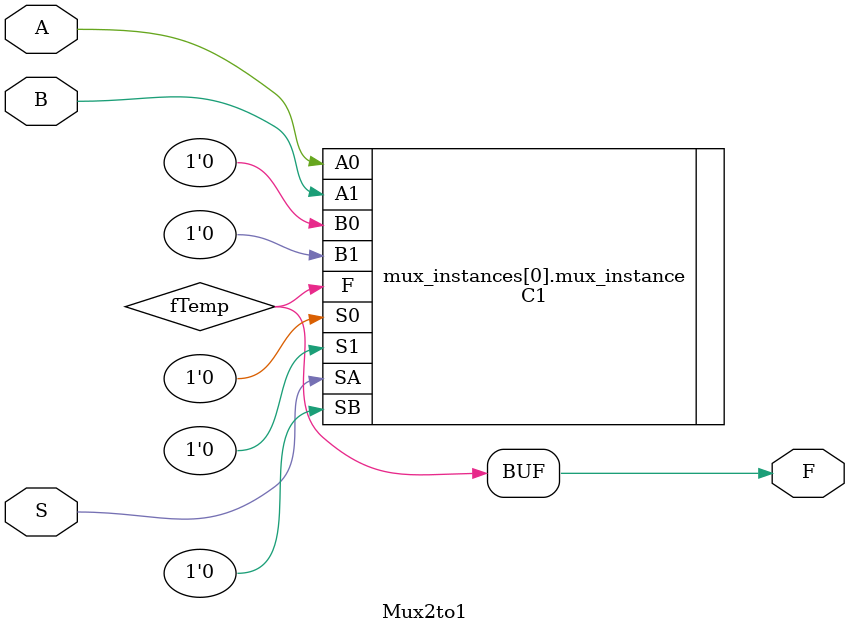
<source format=v>
module Mux2to1 #(parameter INPUT_WIDTH = 1) (input [INPUT_WIDTH-1:0] A, B, input S, output reg [INPUT_WIDTH-1:0] F);

    wire [INPUT_WIDTH-1:0] fTemp;

    genvar i;
    generate
        for (i = 0; i < INPUT_WIDTH; i = i + 1) begin : mux_instances
            C1 mux_instance(.A0(A[i]), .A1(B[i]), .SA(S), .B0(1'b0), .B1(1'b0), .SB(1'b0), .S0(1'b0), .S1(1'b0), .F(fTemp[i]));
        end
    endgenerate

    assign F = fTemp;

endmodule
</source>
